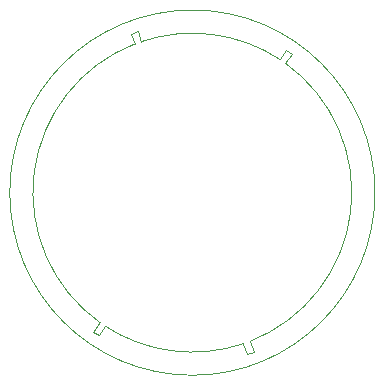
<source format=gbr>
%TF.GenerationSoftware,KiCad,Pcbnew,6.0.7-1.fc35*%
%TF.CreationDate,2022-12-09T23:37:34+01:00*%
%TF.ProjectId,slider,736c6964-6572-42e6-9b69-6361645f7063,rev?*%
%TF.SameCoordinates,Original*%
%TF.FileFunction,Copper,L1,Top*%
%TF.FilePolarity,Positive*%
%FSLAX46Y46*%
G04 Gerber Fmt 4.6, Leading zero omitted, Abs format (unit mm)*
G04 Created by KiCad (PCBNEW 6.0.7-1.fc35) date 2022-12-09 23:37:34*
%MOMM*%
%LPD*%
G01*
G04 APERTURE LIST*
%TA.AperFunction,Profile*%
%ADD10C,0.050000*%
%TD*%
%TA.AperFunction,Profile*%
%ADD11C,0.100000*%
%TD*%
G04 APERTURE END LIST*
D10*
X146269724Y-82509286D02*
G75*
G03*
X143300000Y-106089999I4870276J-12590714D01*
G01*
X143741768Y-106392150D02*
G75*
G03*
X155460000Y-107890000I7398232J11292150D01*
G01*
X156010276Y-107690714D02*
G75*
G03*
X158980000Y-84110001I-4870276J12590714D01*
G01*
X158538232Y-83807850D02*
G75*
G03*
X146820000Y-82310000I-7398232J-11292150D01*
G01*
X159050000Y-83040000D02*
X158538323Y-83807711D01*
X159050000Y-83040000D02*
X159540000Y-83330000D01*
X159540000Y-83330000D02*
X158980000Y-84110000D01*
X143230000Y-107160000D02*
X143741677Y-106392289D01*
X143230000Y-107160000D02*
X142740000Y-106870000D01*
X142740000Y-106870000D02*
X143300000Y-106090000D01*
X155770000Y-108770000D02*
X155460000Y-107890000D01*
X156350000Y-108570000D02*
X155770000Y-108770000D01*
X156010000Y-107690000D02*
X156350000Y-108570000D01*
X146510000Y-81430000D02*
X146820000Y-82310000D01*
X145930000Y-81630000D02*
X146510000Y-81430000D01*
X146270000Y-82510000D02*
X145930000Y-81630000D01*
D11*
X166600000Y-95100000D02*
G75*
G03*
X166600000Y-95100000I-15460000J0D01*
G01*
M02*

</source>
